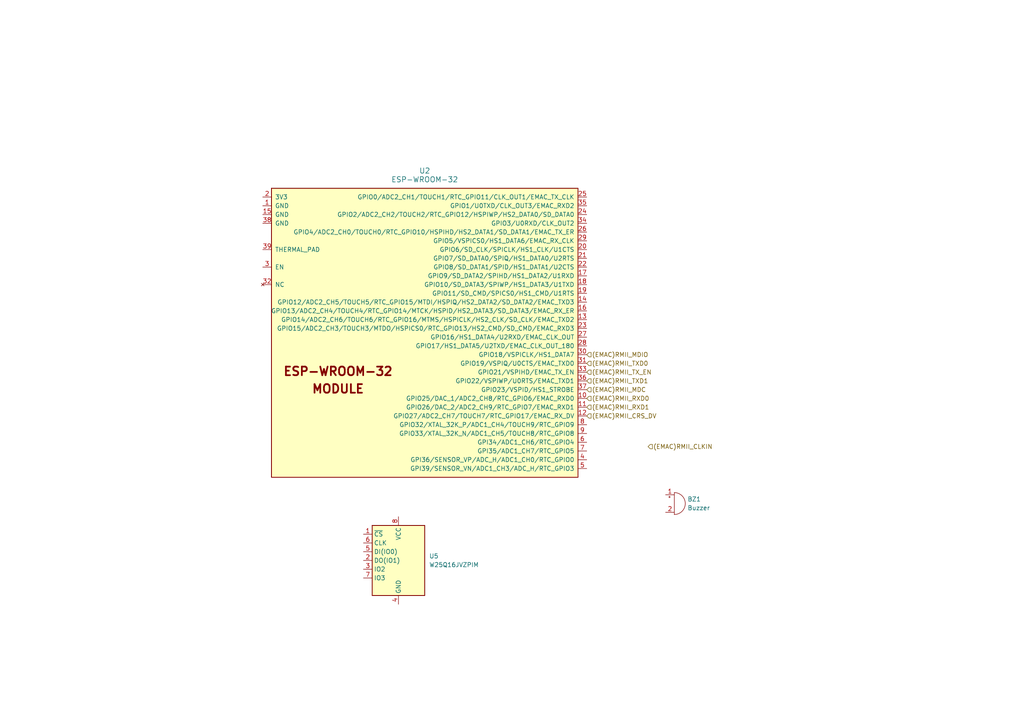
<source format=kicad_sch>
(kicad_sch (version 20231120) (generator "eeschema") (generator_version "8.0")
  (paper "A4")
  (lib_symbols
    (symbol "Device:Buzzer" (pin_names (offset 0.0254) hide)
      (property "Reference" "BZ" (at 3.81 1.27 0))
      (property "Value" "Buzzer" (at 3.81 -1.27 0))
      (symbol "Buzzer_0_1"
        (arc (start 0 -3.175) (mid 3.1612 0) (end 0 3.175))
        (polyline (pts (xy -1.651 1.905) (xy -1.143 1.905)))
        (polyline (pts (xy -1.397 2.159) (xy -1.397 1.651)))
        (polyline (pts (xy 0 3.175) (xy 0 -3.175)))
      )
      (symbol "Buzzer_1_1"
        (pin passive line (at -2.54 2.54 0) (length 2.54) (name "+") (number "1"))
        (pin passive line (at -2.54 -2.54 0) (length 2.54) (name "-") (number "2"))
      )
    )
    (symbol "ESP32-EVB_Rev_K1:ESP-WROOM-32" (pin_names (offset 1.016))
      (property "Reference" "U" (at 0 43.18 0))
      (property "Value" "ESP-WROOM-32" (at 0 -45.72 0))
      (symbol "ESP-WROOM-32_0_0"
        (text "ESP-WROOM-32" (at -23.876 -12.446 0) (effects (font (size 2.4892 2.4892) (bold yes))))
        (text "MODULE" (at -23.876 -17.526 0) (effects (font (size 2.4892 2.4892) (bold yes))))
      )
      (symbol "ESP-WROOM-32_0_1"
        (rectangle (start -43.18 40.64) (end 45.72 -43.18) (stroke (width 0.254)) (fill (type background)))
      )
      (symbol "ESP-WROOM-32_1_1"
        (pin power_in line (at -45.72 35.56 0) (length 2.54) (name "GND") (number "1"))
        (pin bidirectional line (at 48.26 -20.32 180) (length 2.54) (name "GPIO25/DAC_1/ADC2_CH8/RTC_GPIO6/EMAC_RXD0") (number "10"))
        (pin bidirectional line (at 48.26 -22.86 180) (length 2.54) (name "GPIO26/DAC_2/ADC2_CH9/RTC_GPIO7/EMAC_RXD1") (number "11"))
        (pin bidirectional line (at 48.26 -25.4 180) (length 2.54) (name "GPIO27/ADC2_CH7/TOUCH7/RTC_GPIO17/EMAC_RX_DV") (number "12"))
        (pin bidirectional line (at 48.26 2.54 180) (length 2.54) (name "GPIO14/ADC2_CH6/TOUCH6/RTC_GPIO16/MTMS/HSPICLK/HS2_CLK/SD_CLK/EMAC_TXD2") (number "13"))
        (pin bidirectional line (at 48.26 7.62 180) (length 2.54) (name "GPIO12/ADC2_CH5/TOUCH5/RTC_GPIO15/MTDI/HSPIQ/HS2_DATA2/SD_DATA2/EMAC_TXD3") (number "14"))
        (pin power_in line (at -45.72 33.02 0) (length 2.54) (name "GND") (number "15"))
        (pin bidirectional line (at 48.26 5.08 180) (length 2.54) (name "GPIO13/ADC2_CH4/TOUCH4/RTC_GPIO14/MTCK/HSPID/HS2_DATA3/SD_DATA3/EMAC_RX_ER") (number "16"))
        (pin bidirectional line (at 48.26 15.24 180) (length 2.54) (name "GPIO9/SD_DATA2/SPIHD/HS1_DATA2/U1RXD") (number "17"))
        (pin bidirectional line (at 48.26 12.7 180) (length 2.54) (name "GPIO10/SD_DATA3/SPIWP/HS1_DATA3/U1TXD") (number "18"))
        (pin bidirectional line (at 48.26 10.16 180) (length 2.54) (name "GPIO11/SD_CMD/SPICS0/HS1_CMD/U1RTS") (number "19"))
        (pin power_in line (at -45.72 38.1 0) (length 2.54) (name "3V3") (number "2"))
        (pin bidirectional line (at 48.26 22.86 180) (length 2.54) (name "GPIO6/SD_CLK/SPICLK/HS1_CLK/U1CTS") (number "20"))
        (pin bidirectional line (at 48.26 20.32 180) (length 2.54) (name "GPIO7/SD_DATA0/SPIQ/HS1_DATA0/U2RTS") (number "21"))
        (pin bidirectional line (at 48.26 17.78 180) (length 2.54) (name "GPIO8/SD_DATA1/SPID/HS1_DATA1/U2CTS") (number "22"))
        (pin bidirectional line (at 48.26 0 180) (length 2.54) (name "GPIO15/ADC2_CH3/TOUCH3/MTDO/HSPICS0/RTC_GPIO13/HS2_CMD/SD_CMD/EMAC_RXD3") (number "23"))
        (pin bidirectional line (at 48.26 33.02 180) (length 2.54) (name "GPIO2/ADC2_CH2/TOUCH2/RTC_GPIO12/HSPIWP/HS2_DATA0/SD_DATA0") (number "24"))
        (pin bidirectional line (at 48.26 38.1 180) (length 2.54) (name "GPIO0/ADC2_CH1/TOUCH1/RTC_GPIO11/CLK_OUT1/EMAC_TX_CLK") (number "25"))
        (pin bidirectional line (at 48.26 27.94 180) (length 2.54) (name "GPIO4/ADC2_CH0/TOUCH0/RTC_GPIO10/HSPIHD/HS2_DATA1/SD_DATA1/EMAC_TX_ER") (number "26"))
        (pin bidirectional line (at 48.26 -2.54 180) (length 2.54) (name "GPIO16/HS1_DATA4/U2RXD/EMAC_CLK_OUT") (number "27"))
        (pin bidirectional line (at 48.26 -5.08 180) (length 2.54) (name "GPIO17/HS1_DATA5/U2TXD/EMAC_CLK_OUT_180") (number "28"))
        (pin bidirectional line (at 48.26 25.4 180) (length 2.54) (name "GPIO5/VSPICS0/HS1_DATA6/EMAC_RX_CLK") (number "29"))
        (pin input line (at -45.72 17.78 0) (length 2.54) (name "EN") (number "3"))
        (pin bidirectional line (at 48.26 -7.62 180) (length 2.54) (name "GPIO18/VSPICLK/HS1_DATA7") (number "30"))
        (pin bidirectional line (at 48.26 -10.16 180) (length 2.54) (name "GPIO19/VSPIQ/U0CTS/EMAC_TXD0") (number "31"))
        (pin no_connect line (at -45.72 12.7 0) (length 2.54) (name "NC") (number "32"))
        (pin bidirectional line (at 48.26 -12.7 180) (length 2.54) (name "GPIO21/VSPIHD/EMAC_TX_EN") (number "33"))
        (pin bidirectional line (at 48.26 30.48 180) (length 2.54) (name "GPIO3/U0RXD/CLK_OUT2") (number "34"))
        (pin bidirectional line (at 48.26 35.56 180) (length 2.54) (name "GPIO1/U0TXD/CLK_OUT3/EMAC_RXD2") (number "35"))
        (pin bidirectional line (at 48.26 -15.24 180) (length 2.54) (name "GPIO22/VSPIWP/U0RTS/EMAC_TXD1") (number "36"))
        (pin bidirectional line (at 48.26 -17.78 180) (length 2.54) (name "GPIO23/VSPID/HS1_STROBE") (number "37"))
        (pin power_in line (at -45.72 30.48 0) (length 2.54) (name "GND") (number "38"))
        (pin power_in line (at -45.72 22.86 0) (length 2.54) (name "THERMAL_PAD") (number "39"))
        (pin input line (at 48.26 -38.1 180) (length 2.54) (name "GPI36/SENSOR_VP/ADC_H/ADC1_CH0/RTC_GPIO0") (number "4"))
        (pin input line (at 48.26 -40.64 180) (length 2.54) (name "GPI39/SENSOR_VN/ADC1_CH3/ADC_H/RTC_GPIO3") (number "5"))
        (pin input line (at 48.26 -33.02 180) (length 2.54) (name "GPI34/ADC1_CH6/RTC_GPIO4") (number "6"))
        (pin input line (at 48.26 -35.56 180) (length 2.54) (name "GPI35/ADC1_CH7/RTC_GPIO5") (number "7"))
        (pin bidirectional line (at 48.26 -27.94 180) (length 2.54) (name "GPIO32/XTAL_32K_P/ADC1_CH4/TOUCH9/RTC_GPIO9") (number "8"))
        (pin bidirectional line (at 48.26 -30.48 180) (length 2.54) (name "GPIO33/XTAL_32K_N/ADC1_CH5/TOUCH8/RTC_GPIO8") (number "9"))
      )
    )
    (symbol "Memory_Flash:W25Q16JVSS"
      (property "Reference" "U" (at -6.35 11.43 0))
      (property "Value" "W25Q16JVSS" (at 7.62 11.43 0))
      (symbol "W25Q16JVSS_0_1"
        (rectangle (start -7.62 10.16) (end 7.62 -10.16) (stroke (width 0.254)) (fill (type background)))
      )
      (symbol "W25Q16JVSS_1_1"
        (pin input line (at -10.16 7.62 0) (length 2.54) (name "~{CS}") (number "1"))
        (pin bidirectional line (at -10.16 0 0) (length 2.54) (name "DO(IO1)") (number "2"))
        (pin bidirectional line (at -10.16 -2.54 0) (length 2.54) (name "IO2") (number "3"))
        (pin power_in line (at 0 -12.7 90) (length 2.54) (name "GND") (number "4"))
        (pin bidirectional line (at -10.16 2.54 0) (length 2.54) (name "DI(IO0)") (number "5"))
        (pin input line (at -10.16 5.08 0) (length 2.54) (name "CLK") (number "6"))
        (pin bidirectional line (at -10.16 -5.08 0) (length 2.54) (name "IO3") (number "7"))
        (pin power_in line (at 0 12.7 270) (length 2.54) (name "VCC") (number "8"))
      )
    )
  )
  (hierarchical_label "(EMAC)RMII_CLKIN" (shape input) (at 187.96 129.54 0))
  (hierarchical_label "(EMAC)RMII_TX_EN" (shape input) (at 170.18 107.95 0))
  (hierarchical_label "(EMAC)RMII_RXD0" (shape input) (at 170.18 115.57 0))
  (hierarchical_label "(EMAC)RMII_MDIO" (shape input) (at 170.18 102.87 0))
  (hierarchical_label "(EMAC)RMII_MDC" (shape input) (at 170.18 113.03 0))
  (hierarchical_label "(EMAC)RMII_TXD1" (shape input) (at 170.18 110.49 0))
  (hierarchical_label "(EMAC)RMII_CRS_DV" (shape input) (at 170.18 120.65 0))
  (hierarchical_label "(EMAC)RMII_RXD1" (shape input) (at 170.18 118.11 0))
  (hierarchical_label "(EMAC)RMII_TXD0" (shape input) (at 170.18 105.41 0))
  (symbol (lib_id "Device:Buzzer") (at 195.58 146.05 0) (unit 1)
    (property "Reference" "BZ1" (at 199.39 144.7799 0) (effects (justify left)))
    (property "Value" "Buzzer" (at 199.39 147.3199 0) (effects (justify left)))
    (property "Description" "Buzzer, polarized" (effects (hide yes)))
  )
  (symbol (lib_id "Memory_Flash:W25Q16JVSS") (at 115.57 162.56 0) (unit 1)
    (property "Reference" "U5" (at 124.46 161.2899 0) (effects (justify left)))
    (property "Value" "W25Q16JVZPIM" (at 124.46 163.8299 0) (effects (justify left)))
    (property "Footprint" "Package_SO:SOIC-8_5.23x5.23mm_P1.27mm" (effects (hide yes)))
    (property "Datasheet" "https://www.winbond.com/hq/support/documentation/levelOne.jsp?__locale=en&DocNo=DA00-W25Q16JV.1" (effects (hide yes)))
    (property "Description" "16Mb Serial Flash Memory, Standard/Dual/Quad SPI, SOIC-8" (effects (hide yes)))
  )
  (symbol (lib_id "ESP32-EVB_Rev_K1:ESP-WROOM-32") (at 121.92 95.25 0) (unit 1)
    (property "Reference" "U2" (at 123.19 49.53 0) (effects (font (size 1.524 1.524))))
    (property "Value" "ESP-WROOM-32" (at 123.19 52.07 0) (effects (font (size 1.524 1.524))))
    (property "Datasheet" "https://www.espressif.com/sites/default/files/documentation/esp32_technical_reference_manual_en.pdf" (effects (hide yes)))
  )
)
</source>
